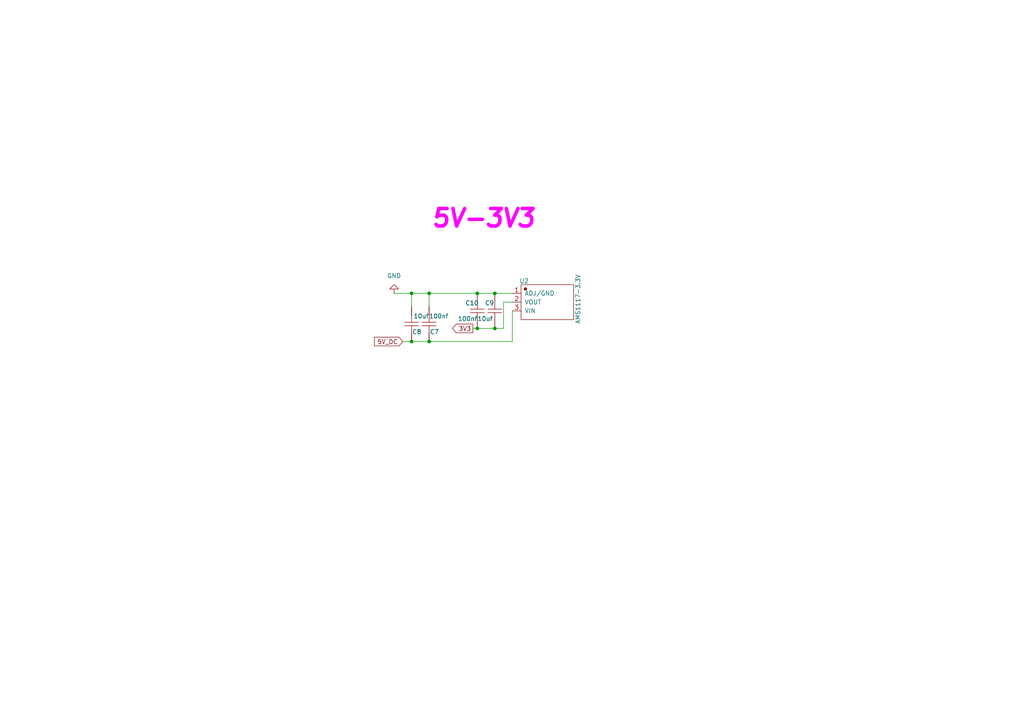
<source format=kicad_sch>
(kicad_sch (version 20231120) (generator "eeschema") (generator_version "8.0")
  (paper "A4")
  (title_block (title "5-3V3") (date "2025-01-24") (rev "Dennis_Re_Yoonjiho"))
  (lib_symbols
    (symbol "Ts_Foc_Vo符号库:AMS1117-3.3V" (pin_names (offset 1.016))
      (property "Reference" "U" (at -4.318 6.096 0))
      (property "Value" "AMS1117-3.3V" (at 2.54 -6.096 0))
      (symbol "AMS1117-3.3V_1_1"
        (rectangle (start -5.08 5.08) (end 10.16 -5.08) (stroke (width 0.1524)))
        (circle (center -3.81 3.81) (radius 0.381) (stroke (width 0.1524)) (fill (type outline)))
        (pin input line (at -7.62 2.54 0) (length 2.54) (name "ADJ/GND") (number "1"))
        (pin input line (at -7.62 0 0) (length 2.54) (name "VOUT") (number "2"))
        (pin input line (at -7.62 -2.54 0) (length 2.54) (name "VIN") (number "3"))
      )
    )
    (symbol "Ts_Foc_Vo符号库:CAP" (pin_numbers hide) (pin_names (offset 1.016) hide)
      (property "Reference" "C" (at -2.286 1.524 0))
      (property "Value" "Value" (at 3.81 1.524 0))
      (symbol "CAP_1_1"
        (polyline (pts (xy -0.508 -2.032) (xy -0.508 2.032)) (stroke (width 0.1524)))
        (polyline (pts (xy -0.508 0) (xy -2.54 0)) (stroke (width 0.1524)))
        (polyline (pts (xy 0.508 2.032) (xy 0.508 -2.032)) (stroke (width 0.1524)))
        (polyline (pts (xy 2.54 0) (xy 0.508 0)) (stroke (width 0.1524)))
        (pin input line (at -5.08 0 0) (length 2.54) (name "1") (number "1"))
        (pin input line (at 5.08 0 180) (length 2.54) (name "2") (number "2"))
      )
    )
    (symbol "power:GND" (power) (pin_numbers hide) (pin_names (offset 0) hide)
      (property "Value" "GND" (at 0 -3.81 0))
      (symbol "GND_0_1"
        (polyline (pts (xy 0 0) (xy 0 -1.27) (xy 1.27 -1.27) (xy 0 -2.54) (xy -1.27 -1.27) (xy 0 -1.27)))
      )
      (symbol "GND_1_1"
        (pin power_in line (at 0 0 270) (length 0) (name "~") (number "1"))
      )
    )
  )
  (junction (at 143.51 95.25))
  (junction (at 119.38 85.09))
  (junction (at 143.51 85.09))
  (junction (at 124.46 85.09))
  (junction (at 124.46 99.06))
  (junction (at 138.43 95.25))
  (junction (at 119.38 99.06))
  (junction (at 138.43 85.09))
  (wire (pts (xy 124.46 85.09) (xy 138.43 85.09)))
  (wire (pts (xy 143.51 85.09) (xy 148.59 85.09)))
  (wire (pts (xy 119.38 88.9) (xy 119.38 85.09)))
  (wire (pts (xy 137.16 95.25) (xy 138.43 95.25)))
  (wire (pts (xy 148.59 90.17) (xy 148.59 99.06)))
  (wire (pts (xy 138.43 85.09) (xy 143.51 85.09)))
  (wire (pts (xy 119.38 85.09) (xy 124.46 85.09)))
  (wire (pts (xy 138.43 95.25) (xy 143.51 95.25)))
  (wire (pts (xy 146.05 87.63) (xy 146.05 95.25)))
  (wire (pts (xy 114.3 85.09) (xy 119.38 85.09)))
  (wire (pts (xy 124.46 99.06) (xy 148.59 99.06)))
  (wire (pts (xy 119.38 99.06) (xy 124.46 99.06)))
  (wire (pts (xy 148.59 87.63) (xy 146.05 87.63)))
  (wire (pts (xy 124.46 88.9) (xy 124.46 85.09)))
  (wire (pts (xy 116.84 99.06) (xy 119.38 99.06)))
  (wire (pts (xy 143.51 95.25) (xy 146.05 95.25)))
  (text "5V-3V3\n" (exclude_from_sim yes) (at 140.208 63.5 0) (effects (font (size 5.08 5.08) (thickness 1.016) (bold yes) (italic yes))))
  (global_label "5V_DC" (shape input) (at 116.84 99.06 180) (property "Intersheetrefs" "${INTERSHEET_REFS}" (effects (hide yes))))
  (global_label "3V3" (shape output) (at 137.16 95.25 180) (property "Intersheetrefs" "${INTERSHEET_REFS}" (effects (hide yes))))
  (symbol (lib_id "Ts_Foc_Vo符号库:CAP") (at 138.43 90.17 270) (unit 1)
    (property "Reference" "C10" (at 136.906 87.884 90))
    (property "Value" "100nf" (at 135.636 92.456 90))
    (property "Footprint" "Ts_Foc_Vo封装库:CAP_0402" (effects (hide yes)))
    (property "Datasheet" "http://www.szlcsc.com/product/details_602003.html" (effects (hide yes)))
    (property "SuppliersPartNumber" "C575438" (effects (hide yes)))
    (property "uuid" "std:0b682b3549a44c2f91624e74dc370f45" (effects (hide yes)))
  )
  (symbol (lib_id "Ts_Foc_Vo符号库:CAP") (at 124.46 93.98 90) (unit 1)
    (property "Reference" "C7" (at 125.984 96.266 90))
    (property "Value" "100nf" (at 127.254 91.694 90))
    (property "Footprint" "Ts_Foc_Vo封装库:CAP_0402" (effects (hide yes)))
    (property "Datasheet" "http://www.szlcsc.com/product/details_602003.html" (effects (hide yes)))
    (property "SuppliersPartNumber" "C575438" (effects (hide yes)))
    (property "uuid" "std:0b682b3549a44c2f91624e74dc370f45" (effects (hide yes)))
  )
  (symbol (lib_id "Ts_Foc_Vo符号库:CAP") (at 143.51 90.17 270) (unit 1)
    (property "Reference" "C9" (at 141.986 87.884 90))
    (property "Value" "10uf" (at 140.716 92.456 90))
    (property "Footprint" "Ts_Foc_Vo封装库:CAP_0402" (effects (hide yes)))
    (property "Datasheet" "http://www.szlcsc.com/product/details_602003.html" (effects (hide yes)))
    (property "SuppliersPartNumber" "C575438" (effects (hide yes)))
    (property "uuid" "std:0b682b3549a44c2f91624e74dc370f45" (effects (hide yes)))
  )
  (symbol (lib_id "Ts_Foc_Vo符号库:CAP") (at 119.38 93.98 90) (unit 1)
    (property "Reference" "C8" (at 120.904 96.266 90))
    (property "Value" "10uf" (at 122.174 91.694 90))
    (property "Footprint" "Ts_Foc_Vo封装库:CAP_0402" (effects (hide yes)))
    (property "Datasheet" "http://www.szlcsc.com/product/details_602003.html" (effects (hide yes)))
    (property "SuppliersPartNumber" "C575438" (effects (hide yes)))
    (property "uuid" "std:0b682b3549a44c2f91624e74dc370f45" (effects (hide yes)))
  )
  (symbol (lib_id "power:GND") (at 114.3 85.09 180) (unit 1)
    (property "Reference" "#PWR06" (effects (hide yes)))
    (property "Value" "GND" (at 114.3 80.01 0))
    (property "Description" "Power symbol creates a global label with name \"GND\" , ground" (effects (hide yes)))
  )
  (symbol (lib_id "Ts_Foc_Vo符号库:AMS1117-3.3V") (at 156.21 87.63 0) (unit 1)
    (property "Reference" "U2" (at 150.622 81.534 0) (effects (justify left)))
    (property "Value" "AMS1117-3.3V" (at 167.64 93.98 90) (effects (justify left)))
    (property "Footprint" "Ts_Foc_Vo封装库:AMS1117_SOT-89" (effects (hide yes)))
    (property "SuppliersPartNumber" "C5120796" (effects (hide yes)))
    (property "uuid" "std:dd1bd0a9f0b849aeb788b05bdd214157" (effects (hide yes)))
  )
)
</source>
